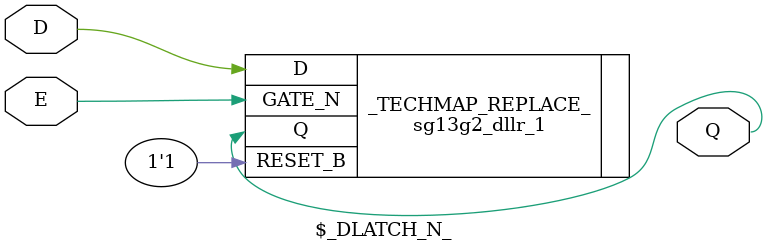
<source format=v>
module \$_DLATCH_P_ (D, E, Q);
    input E, D;
    output Q;
//    wire [1023:0] _TECHMAP_DO_ = "simplemap";

    sg13g2_dlhq_1 _TECHMAP_REPLACE_ (
        .D    (D),
        .GATE (E),
        .Q    (Q)
    );
endmodule

// Map $_DLATCH_N_ → sg13g2_dllr_1  (enable active LOW)
module \$_DLATCH_N_ (D, E, Q);
//    wire [1023:0] _TECHMAP_DO_ = "simplemap; opt";
    input E, D;
    output Q;

    sg13g2_dllr_1 _TECHMAP_REPLACE_ (
        .D      (D),
        .GATE_N (E),
        .RESET_B(1'b1),
        .Q      (Q)
    );
endmodule


</source>
